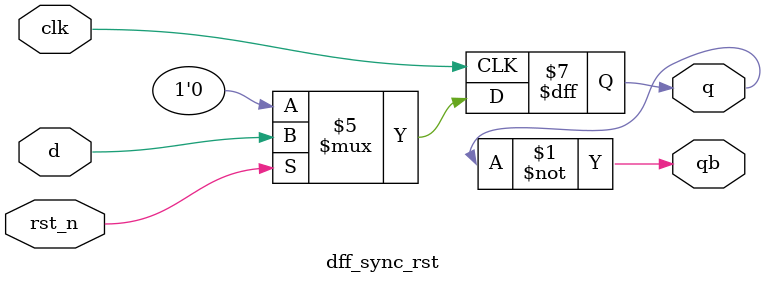
<source format=v>
module dff_sync_rst(
    clk, d, rst_n, q, qb
    );
    input clk, d, rst_n;
    output q, qb;
    reg    q;

    assign qb = ~q;

    always @(posedge clk) begin
        if(!rst_n)
            q <= 1'b0;
        else
            q <= d;
    end
endmodule

</source>
